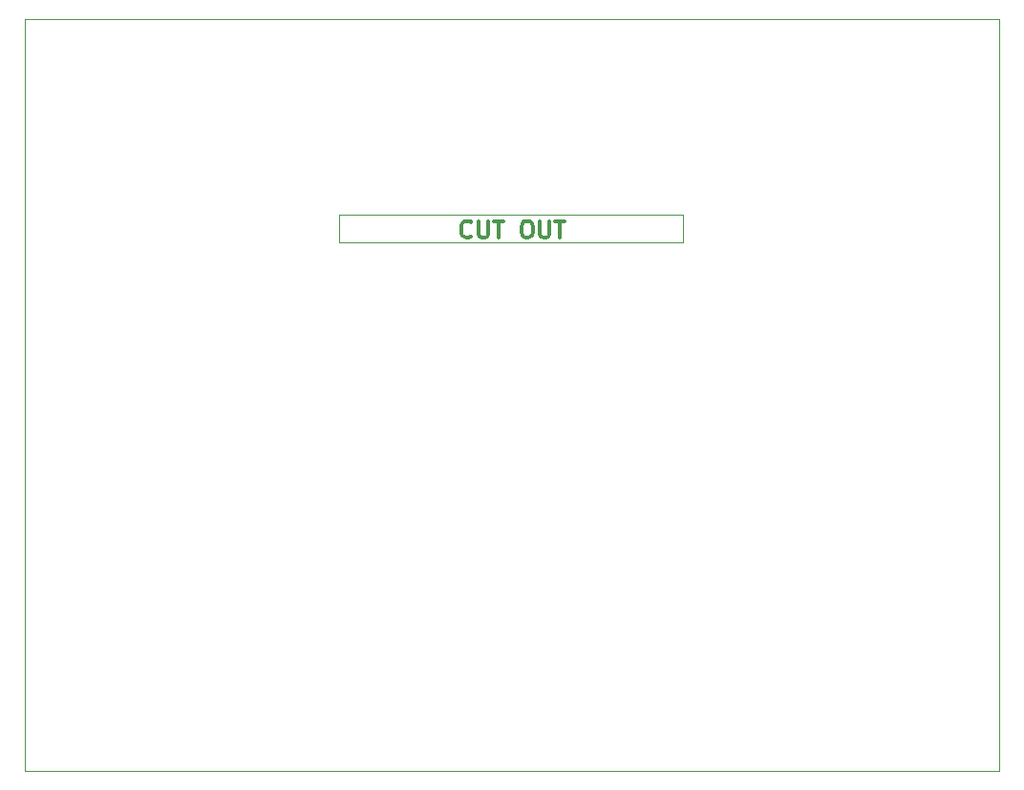
<source format=gko>
G04 (created by PCBNEW (2013-jul-07)-stable) date Sun 11 Dec 2016 08:13:46 PM CST*
%MOIN*%
G04 Gerber Fmt 3.4, Leading zero omitted, Abs format*
%FSLAX34Y34*%
G01*
G70*
G90*
G04 APERTURE LIST*
%ADD10C,0.00590551*%
%ADD11C,0.011811*%
%ADD12C,0.00393701*%
G04 APERTURE END LIST*
G54D10*
G54D11*
X81579Y-49582D02*
X81551Y-49610D01*
X81467Y-49639D01*
X81411Y-49639D01*
X81326Y-49610D01*
X81270Y-49554D01*
X81242Y-49498D01*
X81214Y-49385D01*
X81214Y-49301D01*
X81242Y-49189D01*
X81270Y-49132D01*
X81326Y-49076D01*
X81411Y-49048D01*
X81467Y-49048D01*
X81551Y-49076D01*
X81579Y-49104D01*
X81832Y-49048D02*
X81832Y-49526D01*
X81861Y-49582D01*
X81889Y-49610D01*
X81945Y-49639D01*
X82057Y-49639D01*
X82114Y-49610D01*
X82142Y-49582D01*
X82170Y-49526D01*
X82170Y-49048D01*
X82367Y-49048D02*
X82704Y-49048D01*
X82535Y-49639D02*
X82535Y-49048D01*
X83464Y-49048D02*
X83576Y-49048D01*
X83632Y-49076D01*
X83688Y-49132D01*
X83717Y-49245D01*
X83717Y-49442D01*
X83688Y-49554D01*
X83632Y-49610D01*
X83576Y-49639D01*
X83464Y-49639D01*
X83407Y-49610D01*
X83351Y-49554D01*
X83323Y-49442D01*
X83323Y-49245D01*
X83351Y-49132D01*
X83407Y-49076D01*
X83464Y-49048D01*
X83970Y-49048D02*
X83970Y-49526D01*
X83998Y-49582D01*
X84026Y-49610D01*
X84082Y-49639D01*
X84195Y-49639D01*
X84251Y-49610D01*
X84279Y-49582D01*
X84307Y-49526D01*
X84307Y-49048D01*
X84504Y-49048D02*
X84841Y-49048D01*
X84673Y-49639D02*
X84673Y-49048D01*
G54D12*
X76968Y-48818D02*
X88976Y-48818D01*
X76968Y-49803D02*
X76968Y-48818D01*
X88976Y-49803D02*
X76968Y-49803D01*
X88976Y-48818D02*
X88976Y-49803D01*
X66000Y-42000D02*
X66000Y-68250D01*
X100000Y-42000D02*
X66000Y-42000D01*
X100000Y-63000D02*
X100000Y-42000D01*
X100000Y-68250D02*
X100000Y-63000D01*
X66000Y-68250D02*
X100000Y-68250D01*
M02*

</source>
